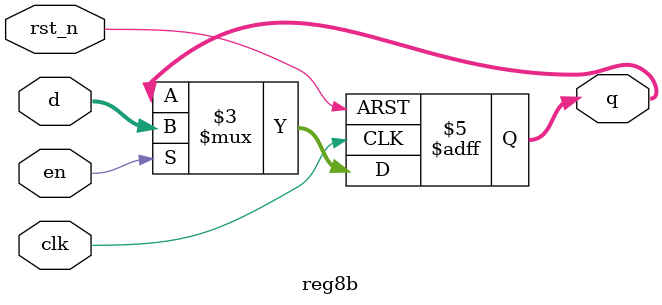
<source format=v>
`timescale 1ns / 1ps

module alu16b(  // 이름만 alu16b, 데이터폭은 8비트
  input rst_n,
  input clk,
  input [7:0] opcode,
  input [7:0] a,
  input [7:0] b,
  output [7:0] z
);

  wire [2:0] op_sel;
  wire mux_sel;
  wire [1:0] shift_mode;
  wire [7:0] ra_s;
  wire ra_en;
  wire rb_en;

  reg [7:0] mux_s;
  reg [7:0] op_s;
  reg [7:0] shift_s;

  assign op_sel     = opcode[2:0];
  assign mux_sel    = opcode[3];
  assign shift_mode = opcode[5:4];
  assign ra_en      = opcode[6];
  assign rb_en      = opcode[7];

  always @* begin
    case (mux_sel)
      1'b0: mux_s = b;
      1'b1: mux_s = ra_s;
      default: mux_s = 8'h00;
    endcase
  end


  always @* begin
    case (op_sel)
      3'b000: op_s = ((a - mux_s) << 4) + 8'd2; 
      3'b001: op_s = mux_s;
      3'b010: op_s = a + mux_s;
      3'b011: op_s = a - mux_s;
      3'b100: op_s = mux_s - a;
      3'b101: op_s = a & mux_s;
      3'b110: op_s = a | mux_s;
      3'b111: op_s = a ^ mux_s;
      default: op_s = 8'h00;
    endcase
  end

  always @* begin
    case (shift_mode)
      2'b00: shift_s = op_s;
      2'b01: shift_s = {1'b0, op_s[7:1]};
      2'b10: shift_s = {op_s[5:0], 2'b00};
      2'b11: shift_s = {op_s[6:0], 1'b0};
      default: shift_s = op_s;
    endcase
  end

  reg8b U_RA(.q(ra_s), .rst_n(rst_n), .clk(clk), .en(ra_en), .d(shift_s));
  reg8b U_RB(.q(z),    .rst_n(rst_n), .clk(clk), .en(rb_en), .d(shift_s));

endmodule

module reg8b(
  output reg [7:0] q,
  input rst_n,
  input clk,
  input en,
  input [7:0] d
);
  always @(negedge rst_n or posedge clk) begin
    if (!rst_n)
      q <= 8'b0000_0000;
    else if (en)
      q <= d;
  end
endmodule

</source>
